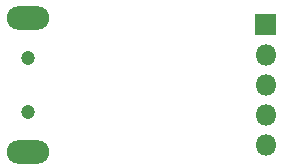
<source format=gbr>
%TF.GenerationSoftware,KiCad,Pcbnew,(5.1.10)-1*%
%TF.CreationDate,2021-10-08T00:02:28+08:00*%
%TF.ProjectId,Usb-ttl,5573622d-7474-46c2-9e6b-696361645f70,rev?*%
%TF.SameCoordinates,Original*%
%TF.FileFunction,Soldermask,Bot*%
%TF.FilePolarity,Negative*%
%FSLAX46Y46*%
G04 Gerber Fmt 4.6, Leading zero omitted, Abs format (unit mm)*
G04 Created by KiCad (PCBNEW (5.1.10)-1) date 2021-10-08 00:02:28*
%MOMM*%
%LPD*%
G01*
G04 APERTURE LIST*
%ADD10O,1.800000X1.800000*%
%ADD11O,3.600000X2.000000*%
%ADD12C,1.200000*%
G04 APERTURE END LIST*
D10*
%TO.C,J2*%
X123000000Y-97080000D03*
X123000000Y-94540000D03*
X123000000Y-92000000D03*
X123000000Y-89460000D03*
G36*
G01*
X122100000Y-87770000D02*
X122100000Y-86070000D01*
G75*
G02*
X122150000Y-86020000I50000J0D01*
G01*
X123850000Y-86020000D01*
G75*
G02*
X123900000Y-86070000I0J-50000D01*
G01*
X123900000Y-87770000D01*
G75*
G02*
X123850000Y-87820000I-50000J0D01*
G01*
X122150000Y-87820000D01*
G75*
G02*
X122100000Y-87770000I0J50000D01*
G01*
G37*
%TD*%
D11*
%TO.C,J1*%
X102900000Y-97700000D03*
X102900000Y-86300000D03*
D12*
X102900000Y-94300000D03*
X102900000Y-89700000D03*
%TD*%
M02*

</source>
